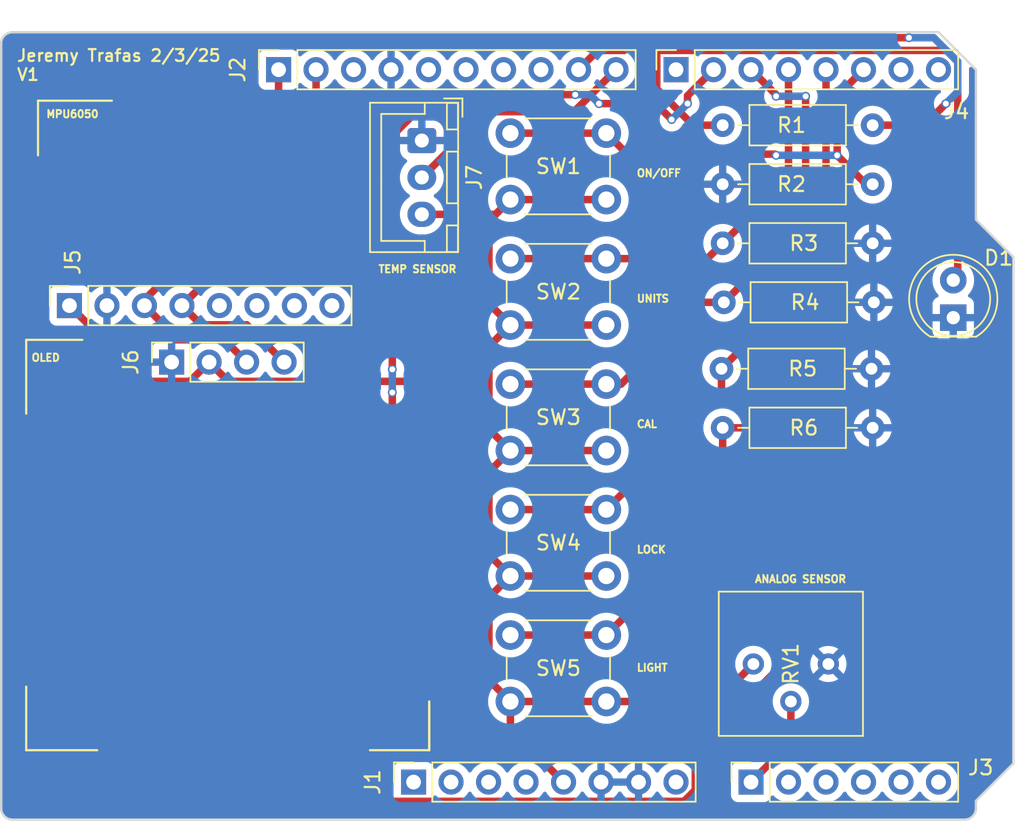
<source format=kicad_pcb>
(kicad_pcb (version 20240108) (generator "pcbnew") (generator_version "8.0")
  (title_block (date "mar. 31 mars 2015"))
  (layers (0 "F.Cu" signal) (31 "B.Cu" power) (34 "B.Paste" user) (35 "F.Paste" user) (36 "B.SilkS" user "B.Silkscreen") (37 "F.SilkS" user "F.Silkscreen") (38 "B.Mask" user) (39 "F.Mask" user) (44 "Edge.Cuts" user))
  (net 0 "")
  (net 1 "GND")
  (net 2 "+5V")
  (net 3 "/IOREF")
  (net 4 "/A1")
  (net 5 "/A2")
  (net 6 "/A3")
  (net 7 "/SDA{slash}A4")
  (net 8 "/SCL{slash}A5")
  (net 9 "/13")
  (net 10 "/12")
  (net 11 "/AREF")
  (net 12 "/8")
  (net 13 "/7")
  (net 14 "/*11")
  (net 15 "/*10")
  (net 16 "/TX{slash}1")
  (net 17 "/RX{slash}0")
  (net 18 "+3V3")
  (net 19 "VCC")
  (net 20 "/~{RESET}")
  (net 21 "/I2C_SCL")
  (net 22 "/I2C_SDA")
  (net 23 "/button_onoff")
  (net 24 "/button_lock")
  (net 25 "/button_light")
  (net 26 "/button_units")
  (net 27 "/button_cal")
  (net 28 "Net-(D1-A)")
  (net 29 "/led_light")
  (net 30 "/temp_sensor")
  (footprint "Connector_PinSocket_2.54mm:PinSocket_1x08_P2.54mm_Vertical" (layer "F.Cu") (at 127.94 97.46 90)
    (property "Reference" "J1" (at 0 -2.77 90) (layer "F.SilkS"))
    (property "Value" "Power")
    (fp_line (start 1.33 -1.33) (end 1.33 0) (stroke (width 0.12)) (layer "F.SilkS"))
    (fp_line (start 0 -1.33) (end 1.33 -1.33) (stroke (width 0.12)) (layer "F.SilkS"))
    (fp_line (start 1.33 1.27) (end 1.33 19.11) (stroke (width 0.12)) (layer "F.SilkS"))
    (fp_line (start -1.33 1.27) (end 1.33 1.27) (stroke (width 0.12)) (layer "F.SilkS"))
    (fp_line (start -1.33 1.27) (end -1.33 19.11) (stroke (width 0.12)) (layer "F.SilkS"))
    (fp_line (start -1.33 19.11) (end 1.33 19.11) (stroke (width 0.12)) (layer "F.SilkS"))
    (pad "1" thru_hole rect (at 0 0 90) (size 1.7 1.7) (drill 1) (layers "*.Cu" "*.Mask"))
    (pad "2" thru_hole oval (at 0 2.54 90) (size 1.7 1.7) (drill 1) (layers "*.Cu" "*.Mask") (net 3 "/IOREF"))
    (pad "3" thru_hole oval (at 0 5.08 90) (size 1.7 1.7) (drill 1) (layers "*.Cu" "*.Mask") (net 20 "/~{RESET}"))
    (pad "4" thru_hole oval (at 0 7.62 90) (size 1.7 1.7) (drill 1) (layers "*.Cu" "*.Mask") (net 18 "+3V3"))
    (pad "5" thru_hole oval (at 0 10.16 90) (size 1.7 1.7) (drill 1) (layers "*.Cu" "*.Mask") (net 2 "+5V"))
    (pad "6" thru_hole oval (at 0 12.7 90) (size 1.7 1.7) (drill 1) (layers "*.Cu" "*.Mask") (net 1 "GND"))
    (pad "7" thru_hole oval (at 0 15.24 90) (size 1.7 1.7) (drill 1) (layers "*.Cu" "*.Mask") (net 1 "GND"))
    (pad "8" thru_hole oval (at 0 17.78 90) (size 1.7 1.7) (drill 1) (layers "*.Cu" "*.Mask") (net 19 "VCC"))
  )
  (footprint "Connector_PinSocket_2.54mm:PinSocket_1x06_P2.54mm_Vertical" (layer "F.Cu") (at 150.8 97.46 90)
    (property "Reference" "J3" (at 0.98 15.56 180) (layer "F.SilkS"))
    (property "Value" "Analog")
    (fp_line (start 1.33 -1.33) (end 1.33 0) (stroke (width 0.12)) (layer "F.SilkS"))
    (fp_line (start 0 -1.33) (end 1.33 -1.33) (stroke (width 0.12)) (layer "F.SilkS"))
    (fp_line (start 1.33 1.27) (end 1.33 14.03) (stroke (width 0.12)) (layer "F.SilkS"))
    (fp_line (start -1.33 1.27) (end 1.33 1.27) (stroke (width 0.12)) (layer "F.SilkS"))
    (fp_line (start -1.33 1.27) (end -1.33 14.03) (stroke (width 0.12)) (layer "F.SilkS"))
    (fp_line (start -1.33 14.03) (end 1.33 14.03) (stroke (width 0.12)) (layer "F.SilkS"))
    (pad "1" thru_hole rect (at 0 0 90) (size 1.7 1.7) (drill 1) (layers "*.Cu" "*.Mask") (net 30 "/temp_sensor"))
    (pad "2" thru_hole oval (at 0 2.54 90) (size 1.7 1.7) (drill 1) (layers "*.Cu" "*.Mask") (net 4 "/A1"))
    (pad "3" thru_hole oval (at 0 5.08 90) (size 1.7 1.7) (drill 1) (layers "*.Cu" "*.Mask") (net 5 "/A2"))
    (pad "4" thru_hole oval (at 0 7.62 90) (size 1.7 1.7) (drill 1) (layers "*.Cu" "*.Mask") (net 6 "/A3"))
    (pad "5" thru_hole oval (at 0 10.16 90) (size 1.7 1.7) (drill 1) (layers "*.Cu" "*.Mask") (net 7 "/SDA{slash}A4"))
    (pad "6" thru_hole oval (at 0 12.7 90) (size 1.7 1.7) (drill 1) (layers "*.Cu" "*.Mask") (net 8 "/SCL{slash}A5"))
  )
  (footprint "Connector_PinSocket_2.54mm:PinSocket_1x10_P2.54mm_Vertical" (layer "F.Cu") (at 118.796 49.2 90)
    (property "Reference" "J2" (at 0 -2.77 90) (layer "F.SilkS"))
    (property "Value" "Digital/PWM")
    (fp_line (start 1.33 -1.33) (end 1.33 0) (stroke (width 0.12)) (layer "F.SilkS"))
    (fp_line (start 0 -1.33) (end 1.33 -1.33) (stroke (width 0.12)) (layer "F.SilkS"))
    (fp_line (start 1.33 1.27) (end 1.33 24.19) (stroke (width 0.12)) (layer "F.SilkS"))
    (fp_line (start -1.33 1.27) (end 1.33 1.27) (stroke (width 0.12)) (layer "F.SilkS"))
    (fp_line (start -1.33 1.27) (end -1.33 24.19) (stroke (width 0.12)) (layer "F.SilkS"))
    (fp_line (start -1.33 24.19) (end 1.33 24.19) (stroke (width 0.12)) (layer "F.SilkS"))
    (pad "1" thru_hole rect (at 0 0 90) (size 1.7 1.7) (drill 1) (layers "*.Cu" "*.Mask") (net 21 "/I2C_SCL"))
    (pad "2" thru_hole oval (at 0 2.54 90) (size 1.7 1.7) (drill 1) (layers "*.Cu" "*.Mask") (net 22 "/I2C_SDA"))
    (pad "3" thru_hole oval (at 0 5.08 90) (size 1.7 1.7) (drill 1) (layers "*.Cu" "*.Mask") (net 11 "/AREF"))
    (pad "4" thru_hole oval (at 0 7.62 90) (size 1.7 1.7) (drill 1) (layers "*.Cu" "*.Mask") (net 1 "GND"))
    (pad "5" thru_hole oval (at 0 10.16 90) (size 1.7 1.7) (drill 1) (layers "*.Cu" "*.Mask") (net 9 "/13"))
    (pad "6" thru_hole oval (at 0 12.7 90) (size 1.7 1.7) (drill 1) (layers "*.Cu" "*.Mask") (net 10 "/12"))
    (pad "7" thru_hole oval (at 0 15.24 90) (size 1.7 1.7) (drill 1) (layers "*.Cu" "*.Mask") (net 14 "/*11"))
    (pad "8" thru_hole oval (at 0 17.78 90) (size 1.7 1.7) (drill 1) (layers "*.Cu" "*.Mask") (net 15 "/*10"))
    (pad "9" thru_hole oval (at 0 20.32 90) (size 1.7 1.7) (drill 1) (layers "*.Cu" "*.Mask") (net 29 "/led_light"))
    (pad "10" thru_hole oval (at 0 22.86 90) (size 1.7 1.7) (drill 1) (layers "*.Cu" "*.Mask") (net 12 "/8"))
  )
  (footprint "Connector_PinSocket_2.54mm:PinSocket_1x08_P2.54mm_Vertical" (layer "F.Cu") (at 145.72 49.2 90)
    (property "Reference" "J4" (at -2.83 19 180) (layer "F.SilkS"))
    (property "Value" "Digital/PWM")
    (fp_line (start 1.33 -1.33) (end 1.33 0) (stroke (width 0.12)) (layer "F.SilkS"))
    (fp_line (start 0 -1.33) (end 1.33 -1.33) (stroke (width 0.12)) (layer "F.SilkS"))
    (fp_line (start 1.33 1.27) (end 1.33 19.11) (stroke (width 0.12)) (layer "F.SilkS"))
    (fp_line (start -1.33 1.27) (end 1.33 1.27) (stroke (width 0.12)) (layer "F.SilkS"))
    (fp_line (start -1.33 1.27) (end -1.33 19.11) (stroke (width 0.12)) (layer "F.SilkS"))
    (fp_line (start -1.33 19.11) (end 1.33 19.11) (stroke (width 0.12)) (layer "F.SilkS"))
    (pad "1" thru_hole rect (at 0 0 90) (size 1.7 1.7) (drill 1) (layers "*.Cu" "*.Mask") (net 13 "/7"))
    (pad "2" thru_hole oval (at 0 2.54 90) (size 1.7 1.7) (drill 1) (layers "*.Cu" "*.Mask") (net 25 "/button_light"))
    (pad "3" thru_hole oval (at 0 5.08 90) (size 1.7 1.7) (drill 1) (layers "*.Cu" "*.Mask") (net 27 "/button_cal"))
    (pad "4" thru_hole oval (at 0 7.62 90) (size 1.7 1.7) (drill 1) (layers "*.Cu" "*.Mask") (net 26 "/button_units"))
    (pad "5" thru_hole oval (at 0 10.16 90) (size 1.7 1.7) (drill 1) (layers "*.Cu" "*.Mask") (net 24 "/button_lock"))
    (pad "6" thru_hole oval (at 0 12.7 90) (size 1.7 1.7) (drill 1) (layers "*.Cu" "*.Mask") (net 23 "/button_onoff"))
    (pad "7" thru_hole oval (at 0 15.24 90) (size 1.7 1.7) (drill 1) (layers "*.Cu" "*.Mask") (net 16 "/TX{slash}1"))
    (pad "8" thru_hole oval (at 0 17.78 90) (size 1.7 1.7) (drill 1) (layers "*.Cu" "*.Mask") (net 17 "/RX{slash}0"))
  )
  (footprint "Button_Switch_THT:SW_PUSH_6mm" (layer "F.Cu") (at 134.5 79)
    (property "Reference" "SW4" (at 3.25 2.25 0) (layer "F.SilkS"))
    (property "Value" "SW_SPST")
    (fp_line (start -0.25 1.5) (end -0.25 3) (stroke (width 0.12)) (layer "F.SilkS"))
    (fp_line (start 1 5.5) (end 5.5 5.5) (stroke (width 0.12)) (layer "F.SilkS"))
    (fp_line (start 5.5 -1) (end 1 -1) (stroke (width 0.12)) (layer "F.SilkS"))
    (fp_line (start 6.75 3) (end 6.75 1.5) (stroke (width 0.12)) (layer "F.SilkS"))
    (pad "1" thru_hole circle (at 0 0 90) (size 2 2) (drill 1.1) (layers "*.Cu" "*.Mask") (net 24 "/button_lock"))
    (pad "1" thru_hole circle (at 6.5 0 90) (size 2 2) (drill 1.1) (layers "*.Cu" "*.Mask") (net 24 "/button_lock"))
    (pad "2" thru_hole circle (at 0 4.5 90) (size 2 2) (drill 1.1) (layers "*.Cu" "*.Mask") (net 2 "+5V"))
    (pad "2" thru_hole circle (at 6.5 4.5 90) (size 2 2) (drill 1.1) (layers "*.Cu" "*.Mask") (net 2 "+5V"))
  )
  (footprint "LED_THT:LED_D5.0mm" (layer "F.Cu") (at 164.5 66 90)
    (property "Reference" "D1" (at 4.05 3.07 180) (layer "F.SilkS"))
    (property "Value" "LED")
    (fp_line (start -1.29 -1.545) (end -1.29 1.545) (stroke (width 0.12)) (layer "F.SilkS"))
    (fp_arc (start -1.29 -1.54483) (mid 2.072002 -2.880433) (end 4.26 0.000462) (stroke (width 0.12)) (layer "F.SilkS"))
    (fp_arc (start 4.26 -0.000462) (mid 2.072002 2.880433) (end -1.29 1.54483) (stroke (width 0.12)) (layer "F.SilkS"))
    (fp_circle (center 1.27 0) (end 3.77 0) (stroke (width 0.12)) (fill none) (layer "F.SilkS"))
    (pad "1" thru_hole rect (at 0 0 90) (size 1.8 1.8) (drill 0.9) (layers "*.Cu" "*.Mask") (net 1 "GND"))
    (pad "2" thru_hole circle (at 2.54 0 90) (size 1.8 1.8) (drill 0.9) (layers "*.Cu" "*.Mask") (net 28 "Net-(D1-A)"))
  )
  (footprint "Button_Switch_THT:SW_PUSH_6mm" (layer "F.Cu") (at 134.5 87.5)
    (property "Reference" "SW5" (at 3.25 2.25 0) (layer "F.SilkS"))
    (property "Value" "SW_SPST")
    (fp_line (start -0.25 1.5) (end -0.25 3) (stroke (width 0.12)) (layer "F.SilkS"))
    (fp_line (start 1 5.5) (end 5.5 5.5) (stroke (width 0.12)) (layer "F.SilkS"))
    (fp_line (start 5.5 -1) (end 1 -1) (stroke (width 0.12)) (layer "F.SilkS"))
    (fp_line (start 6.75 3) (end 6.75 1.5) (stroke (width 0.12)) (layer "F.SilkS"))
    (pad "1" thru_hole circle (at 0 0 90) (size 2 2) (drill 1.1) (layers "*.Cu" "*.Mask") (net 25 "/button_light"))
    (pad "1" thru_hole circle (at 6.5 0 90) (size 2 2) (drill 1.1) (layers "*.Cu" "*.Mask") (net 25 "/button_light"))
    (pad "2" thru_hole circle (at 0 4.5 90) (size 2 2) (drill 1.1) (layers "*.Cu" "*.Mask") (net 2 "+5V"))
    (pad "2" thru_hole circle (at 6.5 4.5 90) (size 2 2) (drill 1.1) (layers "*.Cu" "*.Mask") (net 2 "+5V"))
  )
  (footprint "Button_Switch_THT:SW_PUSH_6mm" (layer "F.Cu") (at 134.5 62)
    (property "Reference" "SW2" (at 3.25 2.25 0) (layer "F.SilkS"))
    (property "Value" "SW_SPST")
    (fp_line (start -0.25 1.5) (end -0.25 3) (stroke (width 0.12)) (layer "F.SilkS"))
    (fp_line (start 1 5.5) (end 5.5 5.5) (stroke (width 0.12)) (layer "F.SilkS"))
    (fp_line (start 5.5 -1) (end 1 -1) (stroke (width 0.12)) (layer "F.SilkS"))
    (fp_line (start 6.75 3) (end 6.75 1.5) (stroke (width 0.12)) (layer "F.SilkS"))
    (pad "1" thru_hole circle (at 0 0 90) (size 2 2) (drill 1.1) (layers "*.Cu" "*.Mask") (net 26 "/button_units"))
    (pad "1" thru_hole circle (at 6.5 0 90) (size 2 2) (drill 1.1) (layers "*.Cu" "*.Mask") (net 26 "/button_units"))
    (pad "2" thru_hole circle (at 0 4.5 90) (size 2 2) (drill 1.1) (layers "*.Cu" "*.Mask") (net 2 "+5V"))
    (pad "2" thru_hole circle (at 6.5 4.5 90) (size 2 2) (drill 1.1) (layers "*.Cu" "*.Mask") (net 2 "+5V"))
  )
  (footprint "Resistor_THT:R_Axial_DIN0207_L6.3mm_D2.5mm_P10.16mm_Horizontal" (layer "F.Cu") (at 148.96 64.96)
    (property "Reference" "R4" (at 5.5 0 0) (layer "F.SilkS"))
    (property "Value" "100k")
    (fp_line (start 1.04 0) (end 1.81 0) (stroke (width 0.12)) (layer "F.SilkS"))
    (fp_line (start 1.81 -1.37) (end 1.81 1.37) (stroke (width 0.12)) (layer "F.SilkS"))
    (fp_line (start 1.81 1.37) (end 8.35 1.37) (stroke (width 0.12)) (layer "F.SilkS"))
    (fp_line (start 8.35 -1.37) (end 1.81 -1.37) (stroke (width 0.12)) (layer "F.SilkS"))
    (fp_line (start 8.35 1.37) (end 8.35 -1.37) (stroke (width 0.12)) (layer "F.SilkS"))
    (fp_line (start 9.12 0) (end 8.35 0) (stroke (width 0.12)) (layer "F.SilkS"))
    (pad "1" thru_hole circle (at 0 0) (size 1.6 1.6) (drill 0.8) (layers "*.Cu" "*.Mask") (net 27 "/button_cal"))
    (pad "2" thru_hole oval (at 10.16 0) (size 1.6 1.6) (drill 0.8) (layers "*.Cu" "*.Mask") (net 1 "GND"))
  )
  (footprint "Resistor_THT:R_Axial_DIN0207_L6.3mm_D2.5mm_P10.16mm_Horizontal" (layer "F.Cu") (at 159.04 52.96 180)
    (property "Reference" "R1" (at 5.5 0 0) (layer "F.SilkS"))
    (property "Value" "1k")
    (fp_line (start 9.12 0) (end 8.35 0) (stroke (width 0.12)) (layer "F.SilkS"))
    (fp_line (start 8.35 1.37) (end 8.35 -1.37) (stroke (width 0.12)) (layer "F.SilkS"))
    (fp_line (start 8.35 -1.37) (end 1.81 -1.37) (stroke (width 0.12)) (layer "F.SilkS"))
    (fp_line (start 1.81 1.37) (end 8.35 1.37) (stroke (width 0.12)) (layer "F.SilkS"))
    (fp_line (start 1.81 -1.37) (end 1.81 1.37) (stroke (width 0.12)) (layer "F.SilkS"))
    (fp_line (start 1.04 0) (end 1.81 0) (stroke (width 0.12)) (layer "F.SilkS"))
    (pad "1" thru_hole circle (at 0 0 180) (size 1.6 1.6) (drill 0.8) (layers "*.Cu" "*.Mask") (net 29 "/led_light"))
    (pad "2" thru_hole oval (at 10.16 0 180) (size 1.6 1.6) (drill 0.8) (layers "*.Cu" "*.Mask") (net 28 "Net-(D1-A)"))
  )
  (footprint "Button_Switch_THT:SW_PUSH_6mm" (layer "F.Cu") (at 134.5 70.5)
    (property "Reference" "SW3" (at 3.25 2.25 0) (layer "F.SilkS"))
    (property "Value" "SW_SPST")
    (fp_line (start -0.25 1.5) (end -0.25 3) (stroke (width 0.12)) (layer "F.SilkS"))
    (fp_line (start 1 5.5) (end 5.5 5.5) (stroke (width 0.12)) (layer "F.SilkS"))
    (fp_line (start 5.5 -1) (end 1 -1) (stroke (width 0.12)) (layer "F.SilkS"))
    (fp_line (start 6.75 3) (end 6.75 1.5) (stroke (width 0.12)) (layer "F.SilkS"))
    (pad "1" thru_hole circle (at 0 0 90) (size 2 2) (drill 1.1) (layers "*.Cu" "*.Mask") (net 27 "/button_cal"))
    (pad "1" thru_hole circle (at 6.5 0 90) (size 2 2) (drill 1.1) (layers "*.Cu" "*.Mask") (net 27 "/button_cal"))
    (pad "2" thru_hole circle (at 0 4.5 90) (size 2 2) (drill 1.1) (layers "*.Cu" "*.Mask") (net 2 "+5V"))
    (pad "2" thru_hole circle (at 6.5 4.5 90) (size 2 2) (drill 1.1) (layers "*.Cu" "*.Mask") (net 2 "+5V"))
  )
  (footprint "Connector_PinSocket_2.54mm:PinSocket_1x04_P2.54mm_Vertical" (layer "F.Cu") (at 111.55 69.01 90)
    (property "Reference" "J6" (at 0 -2.77 90) (layer "F.SilkS"))
    (property "Value" "CONN_DISPLAY")
    (fp_line (start 1.33 -1.33) (end 1.33 0) (stroke (width 0.12)) (layer "F.SilkS"))
    (fp_line (start 0 -1.33) (end 1.33 -1.33) (stroke (width 0.12)) (layer "F.SilkS"))
    (fp_line (start 1.33 1.27) (end 1.33 8.95) (stroke (width 0.12)) (layer "F.SilkS"))
    (fp_line (start -1.33 1.27) (end 1.33 1.27) (stroke (width 0.12)) (layer "F.SilkS"))
    (fp_line (start -1.33 1.27) (end -1.33 8.95) (stroke (width 0.12)) (layer "F.SilkS"))
    (fp_line (start -1.33 8.95) (end 1.33 8.95) (stroke (width 0.12)) (layer "F.SilkS"))
    (pad "1" thru_hole rect (at 0 0 90) (size 1.7 1.7) (drill 1) (layers "*.Cu" "*.Mask") (net 1 "GND"))
    (pad "2" thru_hole oval (at 0 2.54 90) (size 1.7 1.7) (drill 1) (layers "*.Cu" "*.Mask") (net 2 "+5V"))
    (pad "3" thru_hole oval (at 0 5.08 90) (size 1.7 1.7) (drill 1) (layers "*.Cu" "*.Mask") (net 21 "/I2C_SCL"))
    (pad "4" thru_hole oval (at 0 7.62 90) (size 1.7 1.7) (drill 1) (layers "*.Cu" "*.Mask") (net 22 "/I2C_SDA"))
  )
  (footprint "Button_Switch_THT:SW_PUSH_6mm" (layer "F.Cu") (at 134.5 53.5)
    (property "Reference" "SW1" (at 3.25 2.25 0) (layer "F.SilkS"))
    (property "Value" "SW_SPST")
    (fp_line (start -0.25 1.5) (end -0.25 3) (stroke (width 0.12)) (layer "F.SilkS"))
    (fp_line (start 1 5.5) (end 5.5 5.5) (stroke (width 0.12)) (layer "F.SilkS"))
    (fp_line (start 5.5 -1) (end 1 -1) (stroke (width 0.12)) (layer "F.SilkS"))
    (fp_line (start 6.75 3) (end 6.75 1.5) (stroke (width 0.12)) (layer "F.SilkS"))
    (pad "1" thru_hole circle (at 0 0 90) (size 2 2) (drill 1.1) (layers "*.Cu" "*.Mask") (net 23 "/button_onoff"))
    (pad "1" thru_hole circle (at 6.5 0 90) (size 2 2) (drill 1.1) (layers "*.Cu" "*.Mask") (net 23 "/button_onoff"))
    (pad "2" thru_hole circle (at 0 4.5 90) (size 2 2) (drill 1.1) (layers "*.Cu" "*.Mask") (net 2 "+5V"))
    (pad "2" thru_hole circle (at 6.5 4.5 90) (size 2 2) (drill 1.1) (layers "*.Cu" "*.Mask") (net 2 "+5V"))
  )
  (footprint "Connector_JST:JST_XH_B3B-XH-A_1x03_P2.50mm_Vertical" (layer "F.Cu") (at 128.5 54 -90)
    (property "Reference" "J7" (at 2.5 -3.55 90) (layer "F.SilkS"))
    (property "Value" "CONN_TEMP")
    (fp_line (start -2.56 3.51) (end 7.56 3.51) (stroke (width 0.12)) (layer "F.SilkS"))
    (fp_line (start 7.56 3.51) (end 7.56 -2.46) (stroke (width 0.12)) (layer "F.SilkS"))
    (fp_line (start -1.8 2.75) (end 2.5 2.75) (stroke (width 0.12)) (layer "F.SilkS"))
    (fp_line (start 6.8 2.75) (end 2.5 2.75) (stroke (width 0.12)) (layer "F.SilkS"))
    (fp_line (start -2.55 -0.2) (end -1.8 -0.2) (stroke (width 0.12)) (layer "F.SilkS"))
    (fp_line (start -1.8 -0.2) (end -1.8 2.75) (stroke (width 0.12)) (layer "F.SilkS"))
    (fp_line (start 6.8 -0.2) (end 6.8 2.75) (stroke (width 0.12)) (layer "F.SilkS"))
    (fp_line (start 7.55 -0.2) (end 6.8 -0.2) (stroke (width 0.12)) (layer "F.SilkS"))
    (fp_line (start -2.55 -1.7) (end -0.75 -1.7) (stroke (width 0.12)) (layer "F.SilkS"))
    (fp_line (start -0.75 -1.7) (end -0.75 -2.45) (stroke (width 0.12)) (layer "F.SilkS"))
    (fp_line (start 0.75 -1.7) (end 4.25 -1.7) (stroke (width 0.12)) (layer "F.SilkS"))
    (fp_line (start 4.25 -1.7) (end 4.25 -2.45) (stroke (width 0.12)) (layer "F.SilkS"))
    (fp_line (start 5.75 -1.7) (end 7.55 -1.7) (stroke (width 0.12)) (layer "F.SilkS"))
    (fp_line (start 7.55 -1.7) (end 7.55 -2.45) (stroke (width 0.12)) (layer "F.SilkS"))
    (fp_line (start -2.55 -2.45) (end -2.55 -1.7) (stroke (width 0.12)) (layer "F.SilkS"))
    (fp_line (start -0.75 -2.45) (end -2.55 -2.45) (stroke (width 0.12)) (layer "F.SilkS"))
    (fp_line (start 0.75 -2.45) (end 0.75 -1.7) (stroke (width 0.12)) (layer "F.SilkS"))
    (fp_line (start 4.25 -2.45) (end 0.75 -2.45) (stroke (width 0.12)) (layer "F.SilkS"))
    (fp_line (start 5.75 -2.45) (end 5.75 -1.7) (stroke (width 0.12)) (layer "F.SilkS"))
    (fp_line (start 7.55 -2.45) (end 5.75 -2.45) (stroke (width 0.12)) (layer "F.SilkS"))
    (fp_line (start -2.56 -2.46) (end -2.56 3.51) (stroke (width 0.12)) (layer "F.SilkS"))
    (fp_line (start 7.56 -2.46) (end -2.56 -2.46) (stroke (width 0.12)) (layer "F.SilkS"))
    (fp_line (start -2.85 -2.75) (end -2.85 -1.5) (stroke (width 0.12)) (layer "F.SilkS"))
    (fp_line (start -1.6 -2.75) (end -2.85 -2.75) (stroke (width 0.12)) (layer "F.SilkS"))
    (pad "1" thru_hole roundrect (at 0 0 270) (size 1.7 1.95) (drill 0.95) (layers "*.Cu" "*.Mask") (roundrect_rratio 0.147059) (net 1 "GND"))
    (pad "2" thru_hole oval (at 2.5 0 270) (size 1.7 1.95) (drill 0.95) (layers "*.Cu" "*.Mask") (net 12 "/8"))
    (pad "3" thru_hole oval (at 5 0 270) (size 1.7 1.95) (drill 0.95) (layers "*.Cu" "*.Mask") (net 2 "+5V"))
  )
  (footprint "Resistor_THT:R_Axial_DIN0207_L6.3mm_D2.5mm_P10.16mm_Horizontal" (layer "F.Cu") (at 148.8 69.46)
    (property "Reference" "R5" (at 5.5 0 0) (layer "F.SilkS"))
    (property "Value" "100k")
    (fp_line (start 1.04 0) (end 1.81 0) (stroke (width 0.12)) (layer "F.SilkS"))
    (fp_line (start 1.81 -1.37) (end 1.81 1.37) (stroke (width 0.12)) (layer "F.SilkS"))
    (fp_line (start 1.81 1.37) (end 8.35 1.37) (stroke (width 0.12)) (layer "F.SilkS"))
    (fp_line (start 8.35 -1.37) (end 1.81 -1.37) (stroke (width 0.12)) (layer "F.SilkS"))
    (fp_line (start 8.35 1.37) (end 8.35 -1.37) (stroke (width 0.12)) (layer "F.SilkS"))
    (fp_line (start 9.12 0) (end 8.35 0) (stroke (width 0.12)) (layer "F.SilkS"))
    (pad "1" thru_hole circle (at 0 0) (size 1.6 1.6) (drill 0.8) (layers "*.Cu" "*.Mask") (net 24 "/button_lock"))
    (pad "2" thru_hole oval (at 10.16 0) (size 1.6 1.6) (drill 0.8) (layers "*.Cu" "*.Mask") (net 1 "GND"))
  )
  (footprint "Resistor_THT:R_Axial_DIN0207_L6.3mm_D2.5mm_P10.16mm_Horizontal" (layer "F.Cu") (at 159.04 56.96 180)
    (property "Reference" "R2" (at 5.5 0 0) (layer "F.SilkS"))
    (property "Value" "100k")
    (fp_line (start 9.12 0) (end 8.35 0) (stroke (width 0.12)) (layer "F.SilkS"))
    (fp_line (start 8.35 1.37) (end 8.35 -1.37) (stroke (width 0.12)) (layer "F.SilkS"))
    (fp_line (start 8.35 -1.37) (end 1.81 -1.37) (stroke (width 0.12)) (layer "F.SilkS"))
    (fp_line (start 1.81 1.37) (end 8.35 1.37) (stroke (width 0.12)) (layer "F.SilkS"))
    (fp_line (start 1.81 -1.37) (end 1.81 1.37) (stroke (width 0.12)) (layer "F.SilkS"))
    (fp_line (start 1.04 0) (end 1.81 0) (stroke (width 0.12)) (layer "F.SilkS"))
    (pad "1" thru_hole circle (at 0 0 180) (size 1.6 1.6) (drill 0.8) (layers "*.Cu" "*.Mask") (net 23 "/button_onoff"))
    (pad "2" thru_hole oval (at 10.16 0 180) (size 1.6 1.6) (drill 0.8) (layers "*.Cu" "*.Mask") (net 1 "GND"))
  )
  (footprint "Potentiometer_THT:Potentiometer_Bourns_3386P_Vertical" (layer "F.Cu") (at 150.96 89.46 -90)
    (property "Reference" "RV1" (at -0.015 -2.54 90) (layer "F.SilkS"))
    (property "Value" "10k")
    (fp_line (start -4.9 2.345) (end 4.87 2.345) (stroke (width 0.12)) (layer "F.SilkS"))
    (fp_line (start -4.9 -7.425) (end -4.9 2.345) (stroke (width 0.12)) (layer "F.SilkS"))
    (fp_line (start -4.9 -7.425) (end 4.87 -7.425) (stroke (width 0.12)) (layer "F.SilkS"))
    (fp_line (start 4.87 -7.425) (end 4.87 2.345) (stroke (width 0.12)) (layer "F.SilkS"))
    (pad "1" thru_hole circle (at 0 0 270) (size 1.44 1.44) (drill 0.8) (layers "*.Cu" "*.Mask") (net 2 "+5V"))
    (pad "2" thru_hole circle (at 2.54 -2.54 270) (size 1.44 1.44) (drill 0.8) (layers "*.Cu" "*.Mask") (net 30 "/temp_sensor"))
    (pad "3" thru_hole circle (at 0 -5.08 270) (size 1.44 1.44) (drill 0.8) (layers "*.Cu" "*.Mask") (net 1 "GND"))
  )
  (footprint "Connector_PinSocket_2.54mm:PinSocket_1x08_P2.54mm_Vertical" (layer "F.Cu") (at 104.63 65.18 90)
    (property "Reference" "J5" (at 2.94 0.23 90) (layer "F.SilkS"))
    (property "Value" "CONN_GYRO")
    (fp_line (start 1.33 -1.33) (end 1.33 0) (stroke (width 0.12)) (layer "F.SilkS"))
    (fp_line (start 0 -1.33) (end 1.33 -1.33) (stroke (width 0.12)) (layer "F.SilkS"))
    (fp_line (start 1.33 1.27) (end 1.33 19.11) (stroke (width 0.12)) (layer "F.SilkS"))
    (fp_line (start -1.33 1.27) (end 1.33 1.27) (stroke (width 0.12)) (layer "F.SilkS"))
    (fp_line (start -1.33 1.27) (end -1.33 19.11) (stroke (width 0.12)) (layer "F.SilkS"))
    (fp_line (start -1.33 19.11) (end 1.33 19.11) (stroke (width 0.12)) (layer "F.SilkS"))
    (pad "1" thru_hole rect (at 0 0 90) (size 1.7 1.7) (drill 1) (layers "*.Cu" "*.Mask") (net 2 "+5V"))
    (pad "2" thru_hole oval (at 0 2.54 90) (size 1.7 1.7) (drill 1) (layers "*.Cu" "*.Mask") (net 1 "GND"))
    (pad "3" thru_hole oval (at 0 5.08 90) (size 1.7 1.7) (drill 1) (layers "*.Cu" "*.Mask") (net 21 "/I2C_SCL"))
    (pad "4" thru_hole oval (at 0 7.62 90) (size 1.7 1.7) (drill 1) (layers "*.Cu" "*.Mask") (net 22 "/I2C_SDA"))
    (pad "5" thru_hole oval (at 0 10.16 90) (size 1.7 1.7) (drill 1) (layers "*.Cu" "*.Mask"))
    (pad "6" thru_hole oval (at 0 12.7 90) (size 1.7 1.7) (drill 1) (layers "*.Cu" "*.Mask"))
    (pad "7" thru_hole oval (at 0 15.24 90) (size 1.7 1.7) (drill 1) (layers "*.Cu" "*.Mask"))
    (pad "8" thru_hole oval (at 0 17.78 90) (size 1.7 1.7) (drill 1) (layers "*.Cu" "*.Mask"))
  )
  (footprint "Resistor_THT:R_Axial_DIN0207_L6.3mm_D2.5mm_P10.16mm_Horizontal" (layer "F.Cu") (at 148.88 73.46)
    (property "Reference" "R6" (at 5.5 0 0) (layer "F.SilkS"))
    (property "Value" "100k")
    (fp_line (start 1.04 0) (end 1.81 0) (stroke (width 0.12)) (layer "F.SilkS"))
    (fp_line (start 1.81 -1.37) (end 1.81 1.37) (stroke (width 0.12)) (layer "F.SilkS"))
    (fp_line (start 1.81 1.37) (end 8.35 1.37) (stroke (width 0.12)) (layer "F.SilkS"))
    (fp_line (start 8.35 -1.37) (end 1.81 -1.37) (stroke (width 0.12)) (layer "F.SilkS"))
    (fp_line (start 8.35 1.37) (end 8.35 -1.37) (stroke (width 0.12)) (layer "F.SilkS"))
    (fp_line (start 9.12 0) (end 8.35 0) (stroke (width 0.12)) (layer "F.SilkS"))
    (pad "1" thru_hole circle (at 0 0) (size 1.6 1.6) (drill 0.8) (layers "*.Cu" "*.Mask") (net 25 "/button_light"))
    (pad "2" thru_hole oval (at 10.16 0) (size 1.6 1.6) (drill 0.8) (layers "*.Cu" "*.Mask") (net 1 "GND"))
  )
  (footprint "Resistor_THT:R_Axial_DIN0207_L6.3mm_D2.5mm_P10.16mm_Horizontal" (layer "F.Cu") (at 148.88 60.96)
    (property "Reference" "R3" (at 5.5 0 0) (layer "F.SilkS"))
    (property "Value" "100k")
    (fp_line (start 1.04 0) (end 1.81 0) (stroke (width 0.12)) (layer "F.SilkS"))
    (fp_line (start 1.81 -1.37) (end 1.81 1.37) (stroke (width 0.12)) (layer "F.SilkS"))
    (fp_line (start 1.81 1.37) (end 8.35 1.37) (stroke (width 0.12)) (layer "F.SilkS"))
    (fp_line (start 8.35 -1.37) (end 1.81 -1.37) (stroke (width 0.12)) (layer "F.SilkS"))
    (fp_line (start 8.35 1.37) (end 8.35 -1.37) (stroke (width 0.12)) (layer "F.SilkS"))
    (fp_line (start 9.12 0) (end 8.35 0) (stroke (width 0.12)) (layer "F.SilkS"))
    (pad "1" thru_hole circle (at 0 0) (size 1.6 1.6) (drill 0.8) (layers "*.Cu" "*.Mask") (net 26 "/button_units"))
    (pad "2" thru_hole oval (at 10.16 0) (size 1.6 1.6) (drill 0.8) (layers "*.Cu" "*.Mask") (net 1 "GND"))
  )
  (gr_line (start 102.5 55) (end 102.5 51.3) (stroke (width 0.15)) (layer "F.SilkS"))
  (gr_line (start 129 92) (end 129 95.3) (stroke (width 0.15)) (layer "F.SilkS"))
  (gr_line (start 129 95.3) (end 124.988766 95.3) (stroke (width 0.15)) (layer "F.SilkS"))
  (gr_line (start 101.7 67.5) (end 105.5 67.5) (stroke (width 0.15)) (layer "F.SilkS"))
  (gr_line (start 129 95.3) (end 129 92) (stroke (width 0.15)) (layer "F.SilkS"))
  (gr_line (start 101.7 95.3) (end 101.7 90.995351) (stroke (width 0.15)) (layer "F.SilkS"))
  (gr_line (start 101.7 95.3) (end 106.509366 95.3) (stroke (width 0.15)) (layer "F.SilkS"))
  (gr_line (start 101.7 67.5) (end 101.7 72.503998) (stroke (width 0.15)) (layer "F.SilkS"))
  (gr_line (start 102.5 51.3) (end 107.503998 51.3) (stroke (width 0.15)) (layer "F.SilkS"))
  (gr_line (start 166.04 59.36) (end 168.58 61.9) (stroke (width 0.15)) (layer "Edge.Cuts"))
  (gr_line (start 100 99.238) (end 100 47.422) (stroke (width 0.15)) (layer "Edge.Cuts"))
  (gr_line (start 168.58 61.9) (end 168.58 96.19) (stroke (width 0.15)) (layer "Edge.Cuts"))
  (gr_line (start 165.278 100) (end 100.762 100) (stroke (width 0.15)) (layer "Edge.Cuts"))
  (gr_line (start 100.762 46.66) (end 163.5 46.66) (stroke (width 0.15)) (layer "Edge.Cuts"))
  (gr_arc (start 100.762 100) (mid 100.223185 99.776815) (end 100 99.238) (stroke (width 0.15)) (layer "Edge.Cuts"))
  (gr_line (start 168.58 96.19) (end 166.04 98.73) (stroke (width 0.15)) (layer "Edge.Cuts"))
  (gr_line (start 163.5 46.66) (end 166.04 49.2) (stroke (width 0.15)) (layer "Edge.Cuts"))
  (gr_arc (start 166.04 99.238) (mid 165.816815 99.776815) (end 165.278 100) (stroke (width 0.15)) (layer "Edge.Cuts"))
  (gr_line (start 166.04 49.2) (end 166.04 59.36) (stroke (width 0.15)) (layer "Edge.Cuts"))
  (gr_line (start 166.04 98.73) (end 166.04 99.238) (stroke (width 0.15)) (layer "Edge.Cuts"))
  (gr_arc (start 100 47.422) (mid 100.223185 46.883185) (end 100.762 46.66) (stroke (width 0.15)) (layer "Edge.Cuts"))
  (gr_text "TEMP SENSOR" (at 125.5 63 0) (layer "F.SilkS") (effects (font (size 0.5 0.5) (thickness 0.125)) (justify left bottom)))
  (gr_text "ANALOG SENSOR" (at 151 84 0) (layer "F.SilkS") (effects (font (size 0.5 0.5) (thickness 0.125)) (justify left bottom)))
  (gr_text "LOCK" (at 143 82 0) (layer "F.SilkS") (effects (font (size 0.5 0.5) (thickness 0.125)) (justify left bottom)))
  (gr_text "ON/OFF\n" (at 143 56.5 0) (layer "F.SilkS") (effects (font (size 0.5 0.5) (thickness 0.125)) (justify left bottom)))
  (gr_text "UNITS\n" (at 143 65 0) (layer "F.SilkS") (effects (font (size 0.5 0.5) (thickness 0.125)) (justify left bottom)))
  (gr_text "Jeremy Trafas 2/3/25\nV1 \n" (at 101 50 0) (layer "F.SilkS") (effects (font (size 0.8 0.8)) (justify left bottom)))
  (gr_text "LIGHT" (at 143 90 0) (layer "F.SilkS") (effects (font (size 0.5 0.5) (thickness 0.125)) (justify left bottom)))
  (gr_text "CAL\n" (at 143 73.5 0) (layer "F.SilkS") (effects (font (size 0.5 0.5) (thickness 0.125)) (justify left bottom)))
  (gr_text "MPU6050\n" (at 103 52.5 0) (layer "F.SilkS") (effects (font (size 0.5 0.5) (thickness 0.125)) (justify left bottom)))
  (gr_text "OLED" (at 102 69 0) (layer "F.SilkS") (effects (font (size 0.5 0.5) (thickness 0.125)) (justify left bottom)))
  (segment (start 111.55 69.01) (end 111 69.01) (width 0.508) (layer "F.Cu") (net 1))
  (segment (start 134.5 92) (end 133.046 90.546) (width 0.508) (layer "F.Cu") (net 2))
  (segment (start 133.046 65.046) (end 134.5 66.5) (width 0.508) (layer "F.Cu") (net 2))
  (segment (start 134.5 83.5) (end 133.046 82.046) (width 0.508) (layer "F.Cu") (net 2))
  (segment (start 109.764 70.314) (end 112.786 70.314) (width 0.508) (layer "F.Cu") (net 2))
  (segment (start 134.5 75) (end 133.046 73.546) (width 0.508) (layer "F.Cu") (net 2))
  (segment (start 133.046 76.454) (end 134.5 75) (width 0.508) (layer "F.Cu") (net 2))
  (segment (start 141 92) (end 134.5 92) (width 0.508) (layer "F.Cu") (net 2))
  (segment (start 148.42 92) (end 150.96 89.46) (width 0.508) (layer "F.Cu") (net 2))
  (segment (start 141 83.5) (end 134.5 83.5) (width 0.508) (layer "F.Cu") (net 2))
  (segment (start 133.046 59.454) (end 133.046 65.046) (width 0.508) (layer "F.Cu") (net 2))
  (segment (start 128.5 59) (end 133.5 59) (width 0.508) (layer "F.Cu") (net 2))
  (segment (start 133.046 67.954) (end 134.5 66.5) (width 0.508) (layer "F.Cu") (net 2))
  (segment (start 130.686 70.314) (end 134.5 66.5) (width 0.508) (layer "F.Cu") (net 2))
  (segment (start 114.09 69.01) (end 115.394 70.314) (width 0.508) (layer "F.Cu") (net 2))
  (segment (start 112.786 70.314) (end 114.09 69.01) (width 0.508) (layer "F.Cu") (net 2))
  (segment (start 133.046 84.954) (end 134.5 83.5) (width 0.508) (layer "F.Cu") (net 2))
  (segment (start 115.394 70.314) (end 130.686 70.314) (width 0.508) (layer "F.Cu") (net 2))
  (segment (start 133.046 82.046) (end 133.046 76.454) (width 0.508) (layer "F.Cu") (net 2))
  (segment (start 141 75) (end 134.5 75) (width 0.508) (layer "F.Cu") (net 2))
  (segment (start 134.5 92) (end 134.5 93.86) (width 0.508) (layer "F.Cu") (net 2))
  (segment (start 133.046 90.546) (end 133.046 84.954) (width 0.508) (layer "F.Cu") (net 2))
  (segment (start 134.5 58) (end 133.046 59.454) (width 0.508) (layer "F.Cu") (net 2))
  (segment (start 133.5 59) (end 134.5 58) (width 0.508) (layer "F.Cu") (net 2))
  (segment (start 134.5 93.86) (end 138.1 97.46) (width 0.508) (layer "F.Cu") (net 2))
  (segment (start 141 92) (end 148.42 92) (width 0.508) (layer "F.Cu") (net 2))
  (segment (start 141 66.5) (end 134.5 66.5) (width 0.508) (layer "F.Cu") (net 2))
  (segment (start 133.046 73.546) (end 133.046 67.954) (width 0.508) (layer "F.Cu") (net 2))
  (segment (start 141 58) (end 134.5 58) (width 0.508) (layer "F.Cu") (net 2))
  (segment (start 104.63 65.18) (end 109.764 70.314) (width 0.508) (layer "F.Cu") (net 2))
  (segment (start 132.954 52.046) (end 138.81 52.046) (width 0.508) (layer "F.Cu") (net 12))
  (segment (start 128.5 56.5) (end 132.954 52.046) (width 0.508) (layer "F.Cu") (net 12))
  (segment (start 138.81 52.046) (end 141.656 49.2) (width 0.508) (layer "F.Cu") (net 12))
  (segment (start 109.71 64.79) (end 118.796 55.704) (width 0.508) (layer "F.Cu") (net 21))
  (segment (start 111.5 66.97) (end 111.5 67.5) (width 0.508) (layer "F.Cu") (net 21))
  (segment (start 111.5 67.5) (end 115.12 67.5) (width 0.508) (layer "F.Cu") (net 21))
  (segment (start 109.71 65.18) (end 111.5 66.97) (width 0.508) (layer "F.Cu") (net 21))
  (segment (start 118.796 55.704) (end 118.796 49.2) (width 0.508) (layer "F.Cu") (net 21))
  (segment (start 115.12 67.5) (end 116.63 69.01) (width 0.508) (layer "F.Cu") (net 21))
  (segment (start 109.71 65.18) (end 109.71 64.79) (width 0.508) (layer "F.Cu") (net 21))
  (segment (start 113.554 66.484) (end 116.644 66.484) (width 0.508) (layer "F.Cu") (net 22))
  (segment (start 112.25 65.18) (end 113.554 66.484) (width 0.508) (layer "F.Cu") (net 22))
  (segment (start 116.644 66.484) (end 119.17 69.01) (width 0.508) (layer "F.Cu") (net 22))
  (segment (start 112.25 65.18) (end 121.336 56.094) (width 0.508) (layer "F.Cu") (net 22))
  (segment (start 121.336 56.094) (end 121.336 49.2) (width 0.508) (layer "F.Cu") (net 22))
  (segment (start 141 53.5) (end 142.422 54.922) (width 0.508) (layer "F.Cu") (net 23))
  (segment (start 156.634 55) (end 156.634 50.986) (width 0.508) (layer "F.Cu") (net 23))
  (segment (start 156.634 50.986) (end 158.42 49.2) (width 0.508) (layer "F.Cu") (net 23))
  (segment (start 159.04 56.96) (end 158.594 56.96) (width 0.508) (layer "F.Cu") (net 23))
  (segment (start 158.594 56.96) (end 156.634 55) (width 0.508) (layer "F.Cu") (net 23))
  (segment (start 134.5 53.5) (end 141 53.5) (width 0.508) (layer "F.Cu") (net 23))
  (segment (start 142.422 54.922) (end 152.422 54.922) (width 0.508) (layer "F.Cu") (net 23))
  (segment (start 152.422 54.922) (end 152.5 55) (width 0.508) (layer "F.Cu") (net 23))
  (via (at 152.5 55) (size 0.6) (drill 0.4) (layers "F.Cu" "B.Cu") (net 23))
  (via (at 156.634 55) (size 0.6) (drill 0.4) (layers "F.Cu" "B.Cu") (net 23))
  (segment (start 152.5 55) (end 156.634 55) (width 0.508) (layer "B.Cu") (net 23))
  (segment (start 155.88 62.38) (end 155.88 49.2) (width 0.508) (layer "F.Cu") (net 24))
  (segment (start 141 79) (end 148.8 71.2) (width 0.508) (layer "F.Cu") (net 24))
  (segment (start 134.5 79) (end 141 79) (width 0.508) (layer "F.Cu") (net 24))
  (segment (start 148.8 69.46) (end 155.88 62.38) (width 0.508) (layer "F.Cu") (net 24))
  (segment (start 148.8 71.2) (end 148.8 69.46) (width 0.508) (layer "F.Cu") (net 24))
  (segment (start 123.5 97.5) (end 123.5 91) (width 0.508) (layer "F.Cu") (net 25))
  (segment (start 157.344 85.072135) (end 147.024 95.392135) (width 0.508) (layer "F.Cu") (net 25))
  (segment (start 141 87.5) (end 145.5 83) (width 0.508) (layer "F.Cu") (net 25))
  (segment (start 146.260135 98.764) (end 124.764 98.764) (width 0.508) (layer "F.Cu") (net 25))
  (segment (start 126.5 53.672466) (end 129.277625 50.894841) (width 0.508) (layer "F.Cu") (net 25))
  (segment (start 126.5 88) (end 126.5 71.068) (width 0.508) (layer "F.Cu") (net 25))
  (segment (start 126.5 59.443733) (end 126.5 53.672466) (width 0.508) (layer "F.Cu") (net 25))
  (segment (start 145.5 83) (end 145.5 79) (width 0.508) (layer "F.Cu") (net 25))
  (segment (start 124.764 98.764) (end 123.5 97.5) (width 0.508) (layer "F.Cu") (net 25))
  (segment (start 126.5 69.5) (end 126.5 59.443733) (width 0.508) (layer "F.Cu") (net 25))
  (segment (start 145.5 79) (end 148.88 75.62) (width 0.508) (layer "F.Cu") (net 25))
  (segment (start 123.5 91) (end 126.5 88) (width 0.508) (layer "F.Cu") (net 25))
  (segment (start 146.5 50.96) (end 148.26 49.2) (width 0.508) (layer "F.Cu") (net 25))
  (segment (start 146.5 51.5) (end 146.5 50.96) (width 0.508) (layer "F.Cu") (net 25))
  (segment (start 134.5 87.5) (end 141 87.5) (width 0.508) (layer "F.Cu") (net 25))
  (segment (start 129.277625 50.894841) (end 138.894841 50.894841) (width 0.508) (layer "F.Cu") (net 25))
  (segment (start 148.88 75.62) (end 148.88 73.46) (width 0.508) (layer "F.Cu") (net 25))
  (segment (start 144.345682 51.5) (end 145.422841 52.577159) (width 0.508) (layer "F.Cu") (net 25))
  (segment (start 157.344 79.294866) (end 157.344 85.072135) (width 0.508) (layer "F.Cu") (net 25))
  (segment (start 148.88 73.46) (end 151.509134 73.46) (width 0.508) (layer "F.Cu") (net 25))
  (segment (start 151.509134 73.46) (end 157.344 79.294866) (width 0.508) (layer "F.Cu") (net 25))
  (segment (start 147.024 98.000135) (end 146.260135 98.764) (width 0.508) (layer "F.Cu") (net 25))
  (segment (start 140.5 51.5) (end 144.345682 51.5) (width 0.508) (layer "F.Cu") (net 25))
  (segment (start 147.024 95.392135) (end 147.024 98.000135) (width 0.508) (layer "F.Cu") (net 25))
  (via (at 138.894841 50.894841) (size 0.6) (drill 0.4) (layers "F.Cu" "B.Cu") (net 25))
  (via (at 146.5 51.5) (size 0.6) (drill 0.4) (layers "F.Cu" "B.Cu") (net 25))
  (via (at 140.5 51.5) (size 0.6) (drill 0.4) (layers "F.Cu" "B.Cu") (net 25))
  (via (at 126.5 71.068) (size 0.6) (drill 0.4) (layers "F.Cu" "B.Cu") (net 25))
  (via (at 145.422841 52.577159) (size 0.6) (drill 0.4) (layers "F.Cu" "B.Cu") (net 25))
  (via (at 126.5 69.5) (size 0.6) (drill 0.4) (layers "F.Cu" "B.Cu") (net 25))
  (segment (start 145.422841 52.577159) (end 146.5 51.5) (width 0.508) (layer "B.Cu") (net 25))
  (segment (start 126.5 71.068) (end 126.5 69.5) (width 0.508) (layer "B.Cu") (net 25))
  (segment (start 138.894841 50.894841) (end 139.894841 50.894841) (width 0.508) (layer "B.Cu") (net 25))
  (segment (start 139.894841 50.894841) (end 140.5 51.5) (width 0.508) (layer "B.Cu") (net 25))
  (segment (start 147.84 62) (end 148.88 60.96) (width 0.508) (layer "F.Cu") (net 26))
  (segment (start 153.34 56.5) (end 153.34 49.2) (width 0.508) (layer "F.Cu") (net 26))
  (segment (start 141 62) (end 147.84 62) (width 0.508) (layer "F.Cu") (net 26))
  (segment (start 134.5 62) (end 141 62) (width 0.508) (layer "F.Cu") (net 26))
  (segment (start 148.88 60.96) (end 153.34 56.5) (width 0.508) (layer "F.Cu") (net 26))
  (segment (start 154.5 59.42) (end 154.5 51) (width 0.508) (layer "F.Cu") (net 27))
  (segment (start 134.5 70.5) (end 141 70.5) (width 0.508) (layer "F.Cu") (net 27))
  (segment (start 152.5 50.9) (end 150.8 49.2) (width 0.508) (layer "F.Cu") (net 27))
  (segment (start 141 70.5) (end 142 70.5) (width 0.508) (layer "F.Cu") (net 27))
  (segment (start 142 70.5) (end 147.54 64.96) (width 0.508) (layer "F.Cu") (net 27))
  (segment (start 147.54 64.96) (end 148.96 64.96) (width 0.508) (layer "F.Cu") (net 27))
  (segment (start 148.96 64.96) (end 154.5 59.42) (width 0.508) (layer "F.Cu") (net 27))
  (segment (start 152.5 51) (end 152.5 50.9) (width 0.508) (layer "F.Cu") (net 27))
  (via (at 152.5 51) (size 0.6) (drill 0.4) (layers "F.Cu" "B.Cu") (net 27))
  (via (at 154.5 51) (size 0.6) (drill 0.4) (layers "F.Cu" "B.Cu") (net 27))
  (segment (start 154.5 51) (end 152.5 51) (width 0.508) (layer "B.Cu") (net 27))
  (segment (start 164.804 63.156) (end 164.5 63.46) (width 0.508) (layer "F.Cu") (net 28))
  (segment (start 144.416 50.504) (end 144.416 47.896) (width 0.508) (layer "F.Cu") (net 28))
  (segment (start 146.872 52.96) (end 144.416 50.504) (width 0.508) (layer "F.Cu") (net 28))
  (segment (start 164.040135 47.896) (end 164.804 48.659865) (width 0.508) (layer "F.Cu") (net 28))
  (segment (start 148.88 52.96) (end 146.872 52.96) (width 0.508) (layer "F.Cu") (net 28))
  (segment (start 144.416 47.896) (end 164.040135 47.896) (width 0.508) (layer "F.Cu") (net 28))
  (segment (start 164.804 48.659865) (end 164.804 63.156) (width 0.508) (layer "F.Cu") (net 28))
  (segment (start 162.54 52.96) (end 159.04 52.96) (width 0.508) (layer "F.Cu") (net 29))
  (segment (start 164 51.5) (end 162.54 52.96) (width 0.508) (layer "F.Cu") (net 29))
  (segment (start 143.057135 47.035) (end 161.5 47.035) (width 0.508) (layer "F.Cu") (net 29))
  (segment (start 139.116 49.2) (end 140.42 47.896) (width 0.508) (layer "F.Cu") (net 29))
  (segment (start 142.196135 47.896) (end 143.057135 47.035) (width 0.508) (layer "F.Cu") (net 29))
  (segment (start 140.42 47.896) (end 142.196135 47.896) (width 0.508) (layer "F.Cu") (net 29))
  (via (at 164 51.5) (size 0.6) (drill 0.4) (layers "F.Cu" "B.Cu") (net 29))
  (via (at 161.5 47.035) (size 0.6) (drill 0.4) (layers "F.Cu" "B.Cu") (net 29))
  (segment (start 164.804 48.659865) (end 164.804 50.696) (width 0.508) (layer "B.Cu") (net 29))
  (segment (start 161.5 47.035) (end 163.179135 47.035) (width 0.508) (layer "B.Cu") (net 29))
  (segment (start 163.179135 47.035) (end 164.804 48.659865) (width 0.508) (layer "B.Cu") (net 29))
  (segment (start 164.804 50.696) (end 164 51.5) (width 0.508) (layer "B.Cu") (net 29))
  (segment (start 153.5 92) (end 153.5 94.76) (width 0.508) (layer "F.Cu") (net 30))
  (segment (start 153.5 94.76) (end 150.8 97.46) (width 0.508) (layer "F.Cu") (net 30))
  (zone (net 1) (net_name "GND") (layer "B.Cu") (connect_pads (clearance 0.508)) (min_thickness 0.25) (fill yes (thermal_gap 0.5) (thermal_bridge_width 0.5))
    (polygon (pts (xy 100 46.5) (xy 168.5 46.5) (xy 168.5 100) (xy 100 100)))
  )
)
</source>
